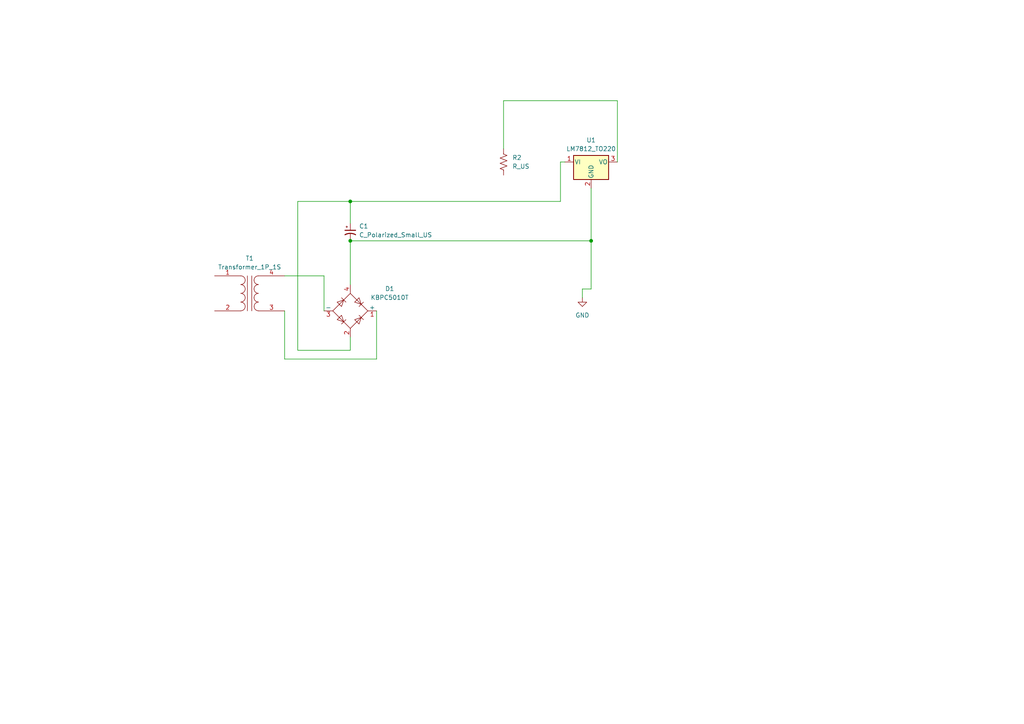
<source format=kicad_sch>
(kicad_sch
	(version 20231120)
	(generator "eeschema")
	(generator_version "8.0")
	(uuid "42629263-26f9-46a1-8e68-e35736c2123b")
	(paper "A4")
	(lib_symbols
		(symbol "Device:C_Polarized_Small_US"
			(pin_numbers hide)
			(pin_names
				(offset 0.254) hide)
			(exclude_from_sim no)
			(in_bom yes)
			(on_board yes)
			(property "Reference" "C"
				(at 0.254 1.778 0)
				(effects
					(font
						(size 1.27 1.27)
					)
					(justify left)
				)
			)
			(property "Value" "C_Polarized_Small_US"
				(at 0.254 -2.032 0)
				(effects
					(font
						(size 1.27 1.27)
					)
					(justify left)
				)
			)
			(property "Footprint" ""
				(at 0 0 0)
				(effects
					(font
						(size 1.27 1.27)
					)
					(hide yes)
				)
			)
			(property "Datasheet" "~"
				(at 0 0 0)
				(effects
					(font
						(size 1.27 1.27)
					)
					(hide yes)
				)
			)
			(property "Description" "Polarized capacitor, small US symbol"
				(at 0 0 0)
				(effects
					(font
						(size 1.27 1.27)
					)
					(hide yes)
				)
			)
			(property "ki_keywords" "cap capacitor"
				(at 0 0 0)
				(effects
					(font
						(size 1.27 1.27)
					)
					(hide yes)
				)
			)
			(property "ki_fp_filters" "CP_*"
				(at 0 0 0)
				(effects
					(font
						(size 1.27 1.27)
					)
					(hide yes)
				)
			)
			(symbol "C_Polarized_Small_US_0_1"
				(polyline
					(pts
						(xy -1.524 0.508) (xy 1.524 0.508)
					)
					(stroke
						(width 0.3048)
						(type default)
					)
					(fill
						(type none)
					)
				)
				(polyline
					(pts
						(xy -1.27 1.524) (xy -0.762 1.524)
					)
					(stroke
						(width 0)
						(type default)
					)
					(fill
						(type none)
					)
				)
				(polyline
					(pts
						(xy -1.016 1.27) (xy -1.016 1.778)
					)
					(stroke
						(width 0)
						(type default)
					)
					(fill
						(type none)
					)
				)
				(arc
					(start 1.524 -0.762)
					(mid 0 -0.3734)
					(end -1.524 -0.762)
					(stroke
						(width 0.3048)
						(type default)
					)
					(fill
						(type none)
					)
				)
			)
			(symbol "C_Polarized_Small_US_1_1"
				(pin passive line
					(at 0 2.54 270)
					(length 2.032)
					(name "~"
						(effects
							(font
								(size 1.27 1.27)
							)
						)
					)
					(number "1"
						(effects
							(font
								(size 1.27 1.27)
							)
						)
					)
				)
				(pin passive line
					(at 0 -2.54 90)
					(length 2.032)
					(name "~"
						(effects
							(font
								(size 1.27 1.27)
							)
						)
					)
					(number "2"
						(effects
							(font
								(size 1.27 1.27)
							)
						)
					)
				)
			)
		)
		(symbol "Device:R_US"
			(pin_numbers hide)
			(pin_names
				(offset 0)
			)
			(exclude_from_sim no)
			(in_bom yes)
			(on_board yes)
			(property "Reference" "R"
				(at 2.54 0 90)
				(effects
					(font
						(size 1.27 1.27)
					)
				)
			)
			(property "Value" "R_US"
				(at -2.54 0 90)
				(effects
					(font
						(size 1.27 1.27)
					)
				)
			)
			(property "Footprint" ""
				(at 1.016 -0.254 90)
				(effects
					(font
						(size 1.27 1.27)
					)
					(hide yes)
				)
			)
			(property "Datasheet" "~"
				(at 0 0 0)
				(effects
					(font
						(size 1.27 1.27)
					)
					(hide yes)
				)
			)
			(property "Description" "Resistor, US symbol"
				(at 0 0 0)
				(effects
					(font
						(size 1.27 1.27)
					)
					(hide yes)
				)
			)
			(property "ki_keywords" "R res resistor"
				(at 0 0 0)
				(effects
					(font
						(size 1.27 1.27)
					)
					(hide yes)
				)
			)
			(property "ki_fp_filters" "R_*"
				(at 0 0 0)
				(effects
					(font
						(size 1.27 1.27)
					)
					(hide yes)
				)
			)
			(symbol "R_US_0_1"
				(polyline
					(pts
						(xy 0 -2.286) (xy 0 -2.54)
					)
					(stroke
						(width 0)
						(type default)
					)
					(fill
						(type none)
					)
				)
				(polyline
					(pts
						(xy 0 2.286) (xy 0 2.54)
					)
					(stroke
						(width 0)
						(type default)
					)
					(fill
						(type none)
					)
				)
				(polyline
					(pts
						(xy 0 -0.762) (xy 1.016 -1.143) (xy 0 -1.524) (xy -1.016 -1.905) (xy 0 -2.286)
					)
					(stroke
						(width 0)
						(type default)
					)
					(fill
						(type none)
					)
				)
				(polyline
					(pts
						(xy 0 0.762) (xy 1.016 0.381) (xy 0 0) (xy -1.016 -0.381) (xy 0 -0.762)
					)
					(stroke
						(width 0)
						(type default)
					)
					(fill
						(type none)
					)
				)
				(polyline
					(pts
						(xy 0 2.286) (xy 1.016 1.905) (xy 0 1.524) (xy -1.016 1.143) (xy 0 0.762)
					)
					(stroke
						(width 0)
						(type default)
					)
					(fill
						(type none)
					)
				)
			)
			(symbol "R_US_1_1"
				(pin passive line
					(at 0 3.81 270)
					(length 1.27)
					(name "~"
						(effects
							(font
								(size 1.27 1.27)
							)
						)
					)
					(number "1"
						(effects
							(font
								(size 1.27 1.27)
							)
						)
					)
				)
				(pin passive line
					(at 0 -3.81 90)
					(length 1.27)
					(name "~"
						(effects
							(font
								(size 1.27 1.27)
							)
						)
					)
					(number "2"
						(effects
							(font
								(size 1.27 1.27)
							)
						)
					)
				)
			)
		)
		(symbol "Device:Transformer_1P_1S"
			(pin_names
				(offset 1.016) hide)
			(exclude_from_sim no)
			(in_bom yes)
			(on_board yes)
			(property "Reference" "T"
				(at 0 6.35 0)
				(effects
					(font
						(size 1.27 1.27)
					)
				)
			)
			(property "Value" "Transformer_1P_1S"
				(at 0 -7.62 0)
				(effects
					(font
						(size 1.27 1.27)
					)
				)
			)
			(property "Footprint" ""
				(at 0 0 0)
				(effects
					(font
						(size 1.27 1.27)
					)
					(hide yes)
				)
			)
			(property "Datasheet" "~"
				(at 0 0 0)
				(effects
					(font
						(size 1.27 1.27)
					)
					(hide yes)
				)
			)
			(property "Description" "Transformer, single primary, single secondary"
				(at 0 0 0)
				(effects
					(font
						(size 1.27 1.27)
					)
					(hide yes)
				)
			)
			(property "ki_keywords" "transformer coil magnet"
				(at 0 0 0)
				(effects
					(font
						(size 1.27 1.27)
					)
					(hide yes)
				)
			)
			(symbol "Transformer_1P_1S_0_1"
				(arc
					(start -2.54 -5.0546)
					(mid -1.6599 -4.6901)
					(end -1.27 -3.81)
					(stroke
						(width 0)
						(type default)
					)
					(fill
						(type none)
					)
				)
				(arc
					(start -2.54 -2.5146)
					(mid -1.6599 -2.1501)
					(end -1.27 -1.27)
					(stroke
						(width 0)
						(type default)
					)
					(fill
						(type none)
					)
				)
				(arc
					(start -2.54 0.0254)
					(mid -1.6599 0.3899)
					(end -1.27 1.27)
					(stroke
						(width 0)
						(type default)
					)
					(fill
						(type none)
					)
				)
				(arc
					(start -2.54 2.5654)
					(mid -1.6599 2.9299)
					(end -1.27 3.81)
					(stroke
						(width 0)
						(type default)
					)
					(fill
						(type none)
					)
				)
				(arc
					(start -1.27 -3.81)
					(mid -1.642 -2.912)
					(end -2.54 -2.54)
					(stroke
						(width 0)
						(type default)
					)
					(fill
						(type none)
					)
				)
				(arc
					(start -1.27 -1.27)
					(mid -1.642 -0.372)
					(end -2.54 0)
					(stroke
						(width 0)
						(type default)
					)
					(fill
						(type none)
					)
				)
				(arc
					(start -1.27 1.27)
					(mid -1.642 2.168)
					(end -2.54 2.54)
					(stroke
						(width 0)
						(type default)
					)
					(fill
						(type none)
					)
				)
				(arc
					(start -1.27 3.81)
					(mid -1.642 4.708)
					(end -2.54 5.08)
					(stroke
						(width 0)
						(type default)
					)
					(fill
						(type none)
					)
				)
				(polyline
					(pts
						(xy -0.635 5.08) (xy -0.635 -5.08)
					)
					(stroke
						(width 0)
						(type default)
					)
					(fill
						(type none)
					)
				)
				(polyline
					(pts
						(xy 0.635 -5.08) (xy 0.635 5.08)
					)
					(stroke
						(width 0)
						(type default)
					)
					(fill
						(type none)
					)
				)
				(arc
					(start 1.2954 -1.27)
					(mid 1.6599 -2.1501)
					(end 2.54 -2.5146)
					(stroke
						(width 0)
						(type default)
					)
					(fill
						(type none)
					)
				)
				(arc
					(start 1.2954 1.27)
					(mid 1.6599 0.3899)
					(end 2.54 0.0254)
					(stroke
						(width 0)
						(type default)
					)
					(fill
						(type none)
					)
				)
				(arc
					(start 1.2954 3.81)
					(mid 1.6599 2.9299)
					(end 2.54 2.5654)
					(stroke
						(width 0)
						(type default)
					)
					(fill
						(type none)
					)
				)
				(arc
					(start 1.3208 -3.81)
					(mid 1.6853 -4.6901)
					(end 2.5654 -5.0546)
					(stroke
						(width 0)
						(type default)
					)
					(fill
						(type none)
					)
				)
				(arc
					(start 2.54 0)
					(mid 1.642 -0.372)
					(end 1.2954 -1.27)
					(stroke
						(width 0)
						(type default)
					)
					(fill
						(type none)
					)
				)
				(arc
					(start 2.54 2.54)
					(mid 1.642 2.168)
					(end 1.2954 1.27)
					(stroke
						(width 0)
						(type default)
					)
					(fill
						(type none)
					)
				)
				(arc
					(start 2.54 5.08)
					(mid 1.642 4.708)
					(end 1.2954 3.81)
					(stroke
						(width 0)
						(type default)
					)
					(fill
						(type none)
					)
				)
				(arc
					(start 2.5654 -2.54)
					(mid 1.6674 -2.912)
					(end 1.3208 -3.81)
					(stroke
						(width 0)
						(type default)
					)
					(fill
						(type none)
					)
				)
			)
			(symbol "Transformer_1P_1S_1_1"
				(pin passive line
					(at -10.16 5.08 0)
					(length 7.62)
					(name "AA"
						(effects
							(font
								(size 1.27 1.27)
							)
						)
					)
					(number "1"
						(effects
							(font
								(size 1.27 1.27)
							)
						)
					)
				)
				(pin passive line
					(at -10.16 -5.08 0)
					(length 7.62)
					(name "AB"
						(effects
							(font
								(size 1.27 1.27)
							)
						)
					)
					(number "2"
						(effects
							(font
								(size 1.27 1.27)
							)
						)
					)
				)
				(pin passive line
					(at 10.16 -5.08 180)
					(length 7.62)
					(name "SA"
						(effects
							(font
								(size 1.27 1.27)
							)
						)
					)
					(number "3"
						(effects
							(font
								(size 1.27 1.27)
							)
						)
					)
				)
				(pin passive line
					(at 10.16 5.08 180)
					(length 7.62)
					(name "SB"
						(effects
							(font
								(size 1.27 1.27)
							)
						)
					)
					(number "4"
						(effects
							(font
								(size 1.27 1.27)
							)
						)
					)
				)
			)
		)
		(symbol "Diode_Bridge:KBPC5010T"
			(pin_names
				(offset 0)
			)
			(exclude_from_sim no)
			(in_bom yes)
			(on_board yes)
			(property "Reference" "D"
				(at 7.62 7.62 0)
				(effects
					(font
						(size 1.27 1.27)
					)
				)
			)
			(property "Value" "KBPC5010T"
				(at 7.62 5.08 0)
				(effects
					(font
						(size 1.27 1.27)
					)
				)
			)
			(property "Footprint" "Diode_THT:Diode_Bridge_Round_D9.8mm"
				(at 3.81 3.175 0)
				(effects
					(font
						(size 1.27 1.27)
					)
					(justify left)
					(hide yes)
				)
			)
			(property "Datasheet" "https://www.diodemodule.com/bridge-rectifier/kbpc/kbpc5010t.pdf"
				(at 22.86 0 0)
				(effects
					(font
						(size 1.27 1.27)
					)
					(hide yes)
				)
			)
			(property "Description" "Single-Phase Bridge Rectifier, 700V Vrms, 50A If, KBPC-T(FP)"
				(at 0 0 0)
				(effects
					(font
						(size 1.27 1.27)
					)
					(hide yes)
				)
			)
			(property "ki_keywords" "diode full"
				(at 0 0 0)
				(effects
					(font
						(size 1.27 1.27)
					)
					(hide yes)
				)
			)
			(property "ki_fp_filters" "Diode*Bridge*KBPC?T*"
				(at 0 0 0)
				(effects
					(font
						(size 1.27 1.27)
					)
					(hide yes)
				)
			)
			(symbol "KBPC5010T_0_1"
				(polyline
					(pts
						(xy -2.54 3.81) (xy -1.27 2.54)
					)
					(stroke
						(width 0)
						(type default)
					)
					(fill
						(type none)
					)
				)
				(polyline
					(pts
						(xy -1.27 -2.54) (xy -2.54 -3.81)
					)
					(stroke
						(width 0)
						(type default)
					)
					(fill
						(type none)
					)
				)
				(polyline
					(pts
						(xy 2.54 -1.27) (xy 3.81 -2.54)
					)
					(stroke
						(width 0)
						(type default)
					)
					(fill
						(type none)
					)
				)
				(polyline
					(pts
						(xy 2.54 1.27) (xy 3.81 2.54)
					)
					(stroke
						(width 0)
						(type default)
					)
					(fill
						(type none)
					)
				)
				(polyline
					(pts
						(xy -3.81 2.54) (xy -2.54 1.27) (xy -1.905 3.175) (xy -3.81 2.54)
					)
					(stroke
						(width 0)
						(type default)
					)
					(fill
						(type none)
					)
				)
				(polyline
					(pts
						(xy -2.54 -1.27) (xy -3.81 -2.54) (xy -1.905 -3.175) (xy -2.54 -1.27)
					)
					(stroke
						(width 0)
						(type default)
					)
					(fill
						(type none)
					)
				)
				(polyline
					(pts
						(xy 1.27 2.54) (xy 2.54 3.81) (xy 3.175 1.905) (xy 1.27 2.54)
					)
					(stroke
						(width 0)
						(type default)
					)
					(fill
						(type none)
					)
				)
				(polyline
					(pts
						(xy 3.175 -1.905) (xy 1.27 -2.54) (xy 2.54 -3.81) (xy 3.175 -1.905)
					)
					(stroke
						(width 0)
						(type default)
					)
					(fill
						(type none)
					)
				)
				(polyline
					(pts
						(xy -5.08 0) (xy 0 -5.08) (xy 5.08 0) (xy 0 5.08) (xy -5.08 0)
					)
					(stroke
						(width 0)
						(type default)
					)
					(fill
						(type none)
					)
				)
			)
			(symbol "KBPC5010T_1_1"
				(pin passive line
					(at 7.62 0 180)
					(length 2.54)
					(name "+"
						(effects
							(font
								(size 1.27 1.27)
							)
						)
					)
					(number "1"
						(effects
							(font
								(size 1.27 1.27)
							)
						)
					)
				)
				(pin passive line
					(at 0 -7.62 90)
					(length 2.54)
					(name "~"
						(effects
							(font
								(size 1.27 1.27)
							)
						)
					)
					(number "2"
						(effects
							(font
								(size 1.27 1.27)
							)
						)
					)
				)
				(pin passive line
					(at -7.62 0 0)
					(length 2.54)
					(name "-"
						(effects
							(font
								(size 1.27 1.27)
							)
						)
					)
					(number "3"
						(effects
							(font
								(size 1.27 1.27)
							)
						)
					)
				)
				(pin passive line
					(at 0 7.62 270)
					(length 2.54)
					(name "~"
						(effects
							(font
								(size 1.27 1.27)
							)
						)
					)
					(number "4"
						(effects
							(font
								(size 1.27 1.27)
							)
						)
					)
				)
			)
		)
		(symbol "Regulator_Linear:LM7812_TO220"
			(pin_names
				(offset 0.254)
			)
			(exclude_from_sim no)
			(in_bom yes)
			(on_board yes)
			(property "Reference" "U"
				(at -3.81 3.175 0)
				(effects
					(font
						(size 1.27 1.27)
					)
				)
			)
			(property "Value" "LM7812_TO220"
				(at 0 3.175 0)
				(effects
					(font
						(size 1.27 1.27)
					)
					(justify left)
				)
			)
			(property "Footprint" "Package_TO_SOT_THT:TO-220-3_Vertical"
				(at 0 5.715 0)
				(effects
					(font
						(size 1.27 1.27)
						(italic yes)
					)
					(hide yes)
				)
			)
			(property "Datasheet" "https://www.onsemi.cn/PowerSolutions/document/MC7800-D.PDF"
				(at 0 -1.27 0)
				(effects
					(font
						(size 1.27 1.27)
					)
					(hide yes)
				)
			)
			(property "Description" "Positive 1A 35V Linear Regulator, Fixed Output 12V, TO-220"
				(at 0 0 0)
				(effects
					(font
						(size 1.27 1.27)
					)
					(hide yes)
				)
			)
			(property "ki_keywords" "Voltage Regulator 1A Positive"
				(at 0 0 0)
				(effects
					(font
						(size 1.27 1.27)
					)
					(hide yes)
				)
			)
			(property "ki_fp_filters" "TO?220*"
				(at 0 0 0)
				(effects
					(font
						(size 1.27 1.27)
					)
					(hide yes)
				)
			)
			(symbol "LM7812_TO220_0_1"
				(rectangle
					(start -5.08 1.905)
					(end 5.08 -5.08)
					(stroke
						(width 0.254)
						(type default)
					)
					(fill
						(type background)
					)
				)
			)
			(symbol "LM7812_TO220_1_1"
				(pin power_in line
					(at -7.62 0 0)
					(length 2.54)
					(name "VI"
						(effects
							(font
								(size 1.27 1.27)
							)
						)
					)
					(number "1"
						(effects
							(font
								(size 1.27 1.27)
							)
						)
					)
				)
				(pin power_in line
					(at 0 -7.62 90)
					(length 2.54)
					(name "GND"
						(effects
							(font
								(size 1.27 1.27)
							)
						)
					)
					(number "2"
						(effects
							(font
								(size 1.27 1.27)
							)
						)
					)
				)
				(pin power_out line
					(at 7.62 0 180)
					(length 2.54)
					(name "VO"
						(effects
							(font
								(size 1.27 1.27)
							)
						)
					)
					(number "3"
						(effects
							(font
								(size 1.27 1.27)
							)
						)
					)
				)
			)
		)
		(symbol "power:GND"
			(power)
			(pin_numbers hide)
			(pin_names
				(offset 0) hide)
			(exclude_from_sim no)
			(in_bom yes)
			(on_board yes)
			(property "Reference" "#PWR"
				(at 0 -6.35 0)
				(effects
					(font
						(size 1.27 1.27)
					)
					(hide yes)
				)
			)
			(property "Value" "GND"
				(at 0 -3.81 0)
				(effects
					(font
						(size 1.27 1.27)
					)
				)
			)
			(property "Footprint" ""
				(at 0 0 0)
				(effects
					(font
						(size 1.27 1.27)
					)
					(hide yes)
				)
			)
			(property "Datasheet" ""
				(at 0 0 0)
				(effects
					(font
						(size 1.27 1.27)
					)
					(hide yes)
				)
			)
			(property "Description" "Power symbol creates a global label with name \"GND\" , ground"
				(at 0 0 0)
				(effects
					(font
						(size 1.27 1.27)
					)
					(hide yes)
				)
			)
			(property "ki_keywords" "global power"
				(at 0 0 0)
				(effects
					(font
						(size 1.27 1.27)
					)
					(hide yes)
				)
			)
			(symbol "GND_0_1"
				(polyline
					(pts
						(xy 0 0) (xy 0 -1.27) (xy 1.27 -1.27) (xy 0 -2.54) (xy -1.27 -1.27) (xy 0 -1.27)
					)
					(stroke
						(width 0)
						(type default)
					)
					(fill
						(type none)
					)
				)
			)
			(symbol "GND_1_1"
				(pin power_in line
					(at 0 0 270)
					(length 0)
					(name "~"
						(effects
							(font
								(size 1.27 1.27)
							)
						)
					)
					(number "1"
						(effects
							(font
								(size 1.27 1.27)
							)
						)
					)
				)
			)
		)
	)
	(junction
		(at 101.6 69.85)
		(diameter 0)
		(color 0 0 0 0)
		(uuid "705532ee-c812-4e0d-9c0b-8fff06455c5b")
	)
	(junction
		(at 101.6 58.42)
		(diameter 0)
		(color 0 0 0 0)
		(uuid "98bca518-7faa-42be-a044-d3568443ccae")
	)
	(junction
		(at 171.45 69.85)
		(diameter 0)
		(color 0 0 0 0)
		(uuid "f0bd2f86-970d-43e7-8df9-ff129d5b5dbe")
	)
	(wire
		(pts
			(xy 146.05 29.21) (xy 146.05 43.18)
		)
		(stroke
			(width 0)
			(type default)
		)
		(uuid "00488b0f-8b09-480f-a23a-fb76db300986")
	)
	(wire
		(pts
			(xy 82.55 104.14) (xy 109.22 104.14)
		)
		(stroke
			(width 0)
			(type default)
		)
		(uuid "027c4617-c288-4222-a1b5-61b632b165ac")
	)
	(wire
		(pts
			(xy 171.45 83.82) (xy 168.91 83.82)
		)
		(stroke
			(width 0)
			(type default)
		)
		(uuid "0966ac21-5408-48be-afa5-8efb41162f50")
	)
	(wire
		(pts
			(xy 86.36 101.6) (xy 86.36 58.42)
		)
		(stroke
			(width 0)
			(type default)
		)
		(uuid "1ab2867a-fac5-4ad7-8f10-d587a0b96f70")
	)
	(wire
		(pts
			(xy 86.36 58.42) (xy 101.6 58.42)
		)
		(stroke
			(width 0)
			(type default)
		)
		(uuid "1e85adc3-5e29-4667-97eb-ef8119a65be2")
	)
	(wire
		(pts
			(xy 82.55 90.17) (xy 82.55 104.14)
		)
		(stroke
			(width 0)
			(type default)
		)
		(uuid "22cbe522-d981-4ac8-88d3-1da47e187f38")
	)
	(wire
		(pts
			(xy 179.07 46.99) (xy 179.07 29.21)
		)
		(stroke
			(width 0)
			(type default)
		)
		(uuid "3022fa15-94a3-4e7b-b69d-f2f2541956de")
	)
	(wire
		(pts
			(xy 162.56 46.99) (xy 163.83 46.99)
		)
		(stroke
			(width 0)
			(type default)
		)
		(uuid "3df5d346-7af3-4f03-981b-055c2e189088")
	)
	(wire
		(pts
			(xy 101.6 58.42) (xy 162.56 58.42)
		)
		(stroke
			(width 0)
			(type default)
		)
		(uuid "3e52d996-aae1-43c3-97d8-2dee00b582a5")
	)
	(wire
		(pts
			(xy 171.45 69.85) (xy 171.45 83.82)
		)
		(stroke
			(width 0)
			(type default)
		)
		(uuid "484d6e0a-1682-4d7d-b12d-63e29b4c840d")
	)
	(wire
		(pts
			(xy 101.6 58.42) (xy 101.6 64.77)
		)
		(stroke
			(width 0)
			(type default)
		)
		(uuid "51a06ae8-975c-4515-9a59-d2c89605fc9d")
	)
	(wire
		(pts
			(xy 82.55 80.01) (xy 93.98 80.01)
		)
		(stroke
			(width 0)
			(type default)
		)
		(uuid "5e03e892-b321-429b-836a-aaa8b32b8c53")
	)
	(wire
		(pts
			(xy 168.91 83.82) (xy 168.91 86.36)
		)
		(stroke
			(width 0)
			(type default)
		)
		(uuid "70203478-ddbe-41f9-9650-e5ff6e1a75ef")
	)
	(wire
		(pts
			(xy 109.22 104.14) (xy 109.22 90.17)
		)
		(stroke
			(width 0)
			(type default)
		)
		(uuid "7147e57a-0f1d-4fa9-83cf-10533bd60dbb")
	)
	(wire
		(pts
			(xy 101.6 69.85) (xy 171.45 69.85)
		)
		(stroke
			(width 0)
			(type default)
		)
		(uuid "91993dca-d640-4c7a-af72-0aaa7fd5e4b0")
	)
	(wire
		(pts
			(xy 162.56 58.42) (xy 162.56 46.99)
		)
		(stroke
			(width 0)
			(type default)
		)
		(uuid "9d5f1ec0-c095-4be1-8460-d6ff3e6fca1b")
	)
	(wire
		(pts
			(xy 93.98 80.01) (xy 93.98 90.17)
		)
		(stroke
			(width 0)
			(type default)
		)
		(uuid "bde0affc-39a7-4ca7-a5dd-4dfd8bee52ac")
	)
	(wire
		(pts
			(xy 179.07 29.21) (xy 146.05 29.21)
		)
		(stroke
			(width 0)
			(type default)
		)
		(uuid "c8c4aa5c-e784-4a81-9af1-7660cd8bd968")
	)
	(wire
		(pts
			(xy 101.6 101.6) (xy 86.36 101.6)
		)
		(stroke
			(width 0)
			(type default)
		)
		(uuid "d94513ca-d1bb-4aef-a112-050f852ba2ba")
	)
	(wire
		(pts
			(xy 101.6 69.85) (xy 101.6 82.55)
		)
		(stroke
			(width 0)
			(type default)
		)
		(uuid "e4e16662-24a7-4e77-aa41-8426783c2b0b")
	)
	(wire
		(pts
			(xy 101.6 97.79) (xy 101.6 101.6)
		)
		(stroke
			(width 0)
			(type default)
		)
		(uuid "f45880ff-a3a7-4d5f-a968-b527cf0ff523")
	)
	(wire
		(pts
			(xy 171.45 54.61) (xy 171.45 69.85)
		)
		(stroke
			(width 0)
			(type default)
		)
		(uuid "fa5a7afe-4ab2-436c-93c6-7f9d02c186f0")
	)
	(symbol
		(lib_id "Device:Transformer_1P_1S")
		(at 72.39 85.09 0)
		(unit 1)
		(exclude_from_sim no)
		(in_bom yes)
		(on_board yes)
		(dnp no)
		(fields_autoplaced yes)
		(uuid "1739ebc1-c041-47d8-b63b-9e0f69cbb70b")
		(property "Reference" "T1"
			(at 72.4027 74.93 0)
			(effects
				(font
					(size 1.27 1.27)
				)
			)
		)
		(property "Value" "Transformer_1P_1S"
			(at 72.4027 77.47 0)
			(effects
				(font
					(size 1.27 1.27)
				)
			)
		)
		(property "Footprint" "Transformer_SMD:Transformer_CurrentSense_8.4x7.2mm"
			(at 72.39 85.09 0)
			(effects
				(font
					(size 1.27 1.27)
				)
				(hide yes)
			)
		)
		(property "Datasheet" "~"
			(at 72.39 85.09 0)
			(effects
				(font
					(size 1.27 1.27)
				)
				(hide yes)
			)
		)
		(property "Description" "Transformer, single primary, single secondary"
			(at 72.39 85.09 0)
			(effects
				(font
					(size 1.27 1.27)
				)
				(hide yes)
			)
		)
		(pin "2"
			(uuid "2eb3ee3b-5960-4086-907d-ebf57971e6af")
		)
		(pin "3"
			(uuid "4aebed4f-b402-4536-99c3-1f550e8a9fc4")
		)
		(pin "4"
			(uuid "7797fb19-ad2a-49d1-8e37-c8f2e71dc26f")
		)
		(pin "1"
			(uuid "80160011-96cb-4fbb-8d58-6d3914c55d29")
		)
		(instances
			(project ""
				(path "/42629263-26f9-46a1-8e68-e35736c2123b"
					(reference "T1")
					(unit 1)
				)
			)
		)
	)
	(symbol
		(lib_id "Regulator_Linear:LM7812_TO220")
		(at 171.45 46.99 0)
		(unit 1)
		(exclude_from_sim no)
		(in_bom yes)
		(on_board yes)
		(dnp no)
		(fields_autoplaced yes)
		(uuid "2cc25dbf-eb02-40d1-92e4-623713e8e75a")
		(property "Reference" "U1"
			(at 171.45 40.64 0)
			(effects
				(font
					(size 1.27 1.27)
				)
			)
		)
		(property "Value" "LM7812_TO220"
			(at 171.45 43.18 0)
			(effects
				(font
					(size 1.27 1.27)
				)
			)
		)
		(property "Footprint" "Package_TO_SOT_THT:TO-220-3_Vertical"
			(at 171.45 41.275 0)
			(effects
				(font
					(size 1.27 1.27)
					(italic yes)
				)
				(hide yes)
			)
		)
		(property "Datasheet" "https://www.onsemi.cn/PowerSolutions/document/MC7800-D.PDF"
			(at 171.45 48.26 0)
			(effects
				(font
					(size 1.27 1.27)
				)
				(hide yes)
			)
		)
		(property "Description" "Positive 1A 35V Linear Regulator, Fixed Output 12V, TO-220"
			(at 171.45 46.99 0)
			(effects
				(font
					(size 1.27 1.27)
				)
				(hide yes)
			)
		)
		(pin "2"
			(uuid "563fc41d-491f-4382-8826-ffbdd3e0dd83")
		)
		(pin "3"
			(uuid "6f112eff-2fae-4d62-98b9-5746184ab584")
		)
		(pin "1"
			(uuid "f658e16b-036b-40d6-9ae8-6767d44b5701")
		)
		(instances
			(project ""
				(path "/42629263-26f9-46a1-8e68-e35736c2123b"
					(reference "U1")
					(unit 1)
				)
			)
		)
	)
	(symbol
		(lib_id "power:GND")
		(at 168.91 86.36 0)
		(unit 1)
		(exclude_from_sim no)
		(in_bom yes)
		(on_board yes)
		(dnp no)
		(fields_autoplaced yes)
		(uuid "58c7e377-e11f-4cbf-a2e2-f36cbdd46a41")
		(property "Reference" "#PWR01"
			(at 168.91 92.71 0)
			(effects
				(font
					(size 1.27 1.27)
				)
				(hide yes)
			)
		)
		(property "Value" "GND"
			(at 168.91 91.44 0)
			(effects
				(font
					(size 1.27 1.27)
				)
			)
		)
		(property "Footprint" ""
			(at 168.91 86.36 0)
			(effects
				(font
					(size 1.27 1.27)
				)
				(hide yes)
			)
		)
		(property "Datasheet" ""
			(at 168.91 86.36 0)
			(effects
				(font
					(size 1.27 1.27)
				)
				(hide yes)
			)
		)
		(property "Description" "Power symbol creates a global label with name \"GND\" , ground"
			(at 168.91 86.36 0)
			(effects
				(font
					(size 1.27 1.27)
				)
				(hide yes)
			)
		)
		(pin "1"
			(uuid "1fa832c8-2acb-4ddc-a22c-8f1981295395")
		)
		(instances
			(project ""
				(path "/42629263-26f9-46a1-8e68-e35736c2123b"
					(reference "#PWR01")
					(unit 1)
				)
			)
		)
	)
	(symbol
		(lib_id "Device:C_Polarized_Small_US")
		(at 101.6 67.31 0)
		(unit 1)
		(exclude_from_sim no)
		(in_bom yes)
		(on_board yes)
		(dnp no)
		(fields_autoplaced yes)
		(uuid "a5385b08-a8d8-4da3-af7f-cd06b42fb22a")
		(property "Reference" "C1"
			(at 104.14 65.6081 0)
			(effects
				(font
					(size 1.27 1.27)
				)
				(justify left)
			)
		)
		(property "Value" "C_Polarized_Small_US"
			(at 104.14 68.1481 0)
			(effects
				(font
					(size 1.27 1.27)
				)
				(justify left)
			)
		)
		(property "Footprint" "Capacitor_SMD:C_0201_0603Metric"
			(at 101.6 67.31 0)
			(effects
				(font
					(size 1.27 1.27)
				)
				(hide yes)
			)
		)
		(property "Datasheet" "~"
			(at 101.6 67.31 0)
			(effects
				(font
					(size 1.27 1.27)
				)
				(hide yes)
			)
		)
		(property "Description" "Polarized capacitor, small US symbol"
			(at 101.6 67.31 0)
			(effects
				(font
					(size 1.27 1.27)
				)
				(hide yes)
			)
		)
		(pin "2"
			(uuid "b0c46fda-f96c-4050-86ef-f182ac08aa31")
		)
		(pin "1"
			(uuid "8323cf90-a561-4b21-ba5b-a8ab53ce7f03")
		)
		(instances
			(project ""
				(path "/42629263-26f9-46a1-8e68-e35736c2123b"
					(reference "C1")
					(unit 1)
				)
			)
		)
	)
	(symbol
		(lib_id "Diode_Bridge:KBPC5010T")
		(at 101.6 90.17 0)
		(unit 1)
		(exclude_from_sim no)
		(in_bom yes)
		(on_board yes)
		(dnp no)
		(fields_autoplaced yes)
		(uuid "d26ac5a4-d3d2-4082-a710-337f0c11c7bc")
		(property "Reference" "D1"
			(at 113.03 83.7498 0)
			(effects
				(font
					(size 1.27 1.27)
				)
			)
		)
		(property "Value" "KBPC5010T"
			(at 113.03 86.2898 0)
			(effects
				(font
					(size 1.27 1.27)
				)
			)
		)
		(property "Footprint" "Diode_THT:Diode_Bridge_Round_D9.8mm"
			(at 105.41 86.995 0)
			(effects
				(font
					(size 1.27 1.27)
				)
				(justify left)
				(hide yes)
			)
		)
		(property "Datasheet" "https://www.diodemodule.com/bridge-rectifier/kbpc/kbpc5010t.pdf"
			(at 124.46 90.17 0)
			(effects
				(font
					(size 1.27 1.27)
				)
				(hide yes)
			)
		)
		(property "Description" "Single-Phase Bridge Rectifier, 700V Vrms, 50A If, KBPC-T(FP)"
			(at 101.6 90.17 0)
			(effects
				(font
					(size 1.27 1.27)
				)
				(hide yes)
			)
		)
		(pin "3"
			(uuid "abf4c32c-84e5-4670-a685-3ce66d4d644c")
		)
		(pin "1"
			(uuid "126f8805-b25b-4cc5-8683-dc31d4c2fdb9")
		)
		(pin "2"
			(uuid "7a35300d-4f0c-4eaf-be48-7aee87f7d9e6")
		)
		(pin "4"
			(uuid "9ea32158-f7eb-496f-aa63-37958a7de0d9")
		)
		(instances
			(project ""
				(path "/42629263-26f9-46a1-8e68-e35736c2123b"
					(reference "D1")
					(unit 1)
				)
			)
		)
	)
	(symbol
		(lib_id "Device:R_US")
		(at 146.05 46.99 0)
		(unit 1)
		(exclude_from_sim no)
		(in_bom yes)
		(on_board yes)
		(dnp no)
		(fields_autoplaced yes)
		(uuid "edfa1184-b6be-4d1f-a89c-cfe67c21d2f3")
		(property "Reference" "R2"
			(at 148.59 45.7199 0)
			(effects
				(font
					(size 1.27 1.27)
				)
				(justify left)
			)
		)
		(property "Value" "R_US"
			(at 148.59 48.2599 0)
			(effects
				(font
					(size 1.27 1.27)
				)
				(justify left)
			)
		)
		(property "Footprint" "Resistor_SMD:R_0201_0603Metric"
			(at 147.066 47.244 90)
			(effects
				(font
					(size 1.27 1.27)
				)
				(hide yes)
			)
		)
		(property "Datasheet" "~"
			(at 146.05 46.99 0)
			(effects
				(font
					(size 1.27 1.27)
				)
				(hide yes)
			)
		)
		(property "Description" "Resistor, US symbol"
			(at 146.05 46.99 0)
			(effects
				(font
					(size 1.27 1.27)
				)
				(hide yes)
			)
		)
		(pin "1"
			(uuid "5b6a7834-618e-4ca2-a495-d362345925d6")
		)
		(pin "2"
			(uuid "cf7bab9d-6d51-4b3e-93c7-64a937bae541")
		)
		(instances
			(project ""
				(path "/42629263-26f9-46a1-8e68-e35736c2123b"
					(reference "R2")
					(unit 1)
				)
			)
		)
	)
	(sheet_instances
		(path "/"
			(page "1")
		)
	)
)

</source>
